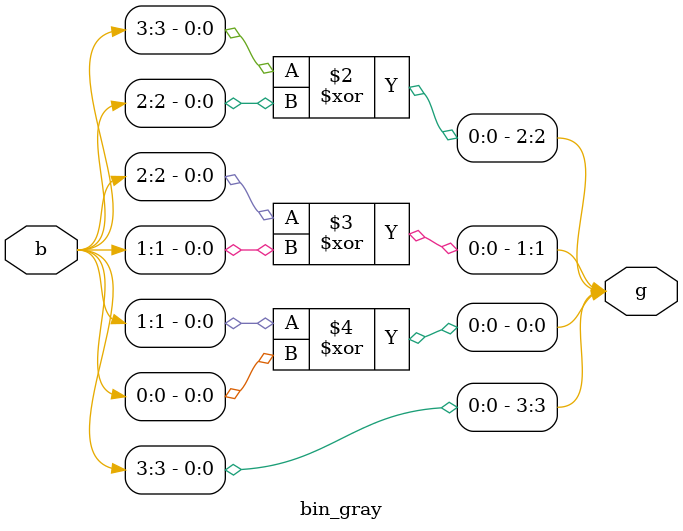
<source format=v>
module bin_gray(input [3:0]b,output reg[3:0]g);
      always@(*) begin 
         g[3]=b[3];
         g[2]= b[3]^b[2];
         g[1]=b[2]^b[1];
         g[0]=b[1]^b[0];
      end
endmodule

</source>
